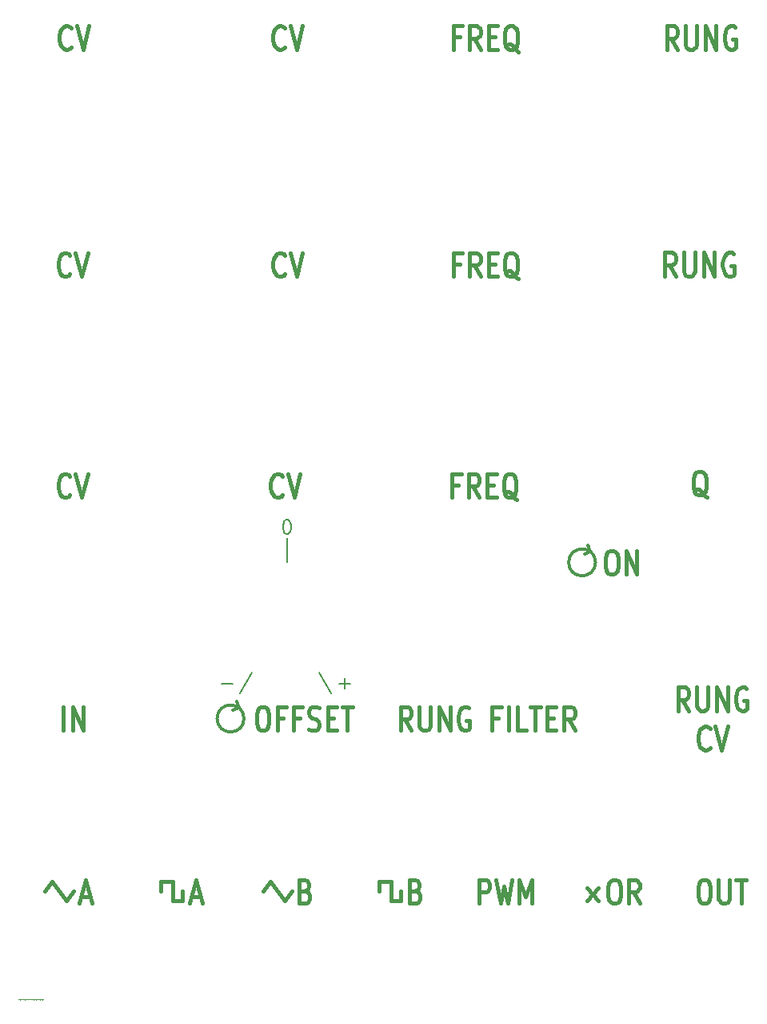
<source format=gbr>
G04 #@! TF.GenerationSoftware,KiCad,Pcbnew,(5.1.4-0-10_14)*
G04 #@! TF.CreationDate,2019-10-29T14:06:04+01:00*
G04 #@! TF.ProjectId,benjolin_panel3,62656e6a-6f6c-4696-9e5f-70616e656c33,rev?*
G04 #@! TF.SameCoordinates,Original*
G04 #@! TF.FileFunction,Legend,Top*
G04 #@! TF.FilePolarity,Positive*
%FSLAX46Y46*%
G04 Gerber Fmt 4.6, Leading zero omitted, Abs format (unit mm)*
G04 Created by KiCad (PCBNEW (5.1.4-0-10_14)) date 2019-10-29 14:06:04*
%MOMM*%
%LPD*%
G04 APERTURE LIST*
%ADD10C,0.200000*%
%ADD11C,0.400000*%
%ADD12C,0.350000*%
%ADD13C,0.120000*%
%ADD14C,0.003454*%
%ADD15C,0.150000*%
G04 APERTURE END LIST*
D10*
X136834571Y-118685571D02*
X136977428Y-118685571D01*
X137120285Y-118757000D01*
X137191714Y-118828428D01*
X137263142Y-118971285D01*
X137334571Y-119257000D01*
X137334571Y-119614142D01*
X137263142Y-119899857D01*
X137191714Y-120042714D01*
X137120285Y-120114142D01*
X136977428Y-120185571D01*
X136834571Y-120185571D01*
X136691714Y-120114142D01*
X136620285Y-120042714D01*
X136548857Y-119899857D01*
X136477428Y-119614142D01*
X136477428Y-119257000D01*
X136548857Y-118971285D01*
X136620285Y-118828428D01*
X136691714Y-118757000D01*
X136834571Y-118685571D01*
X142430571Y-135997142D02*
X143573428Y-135997142D01*
X143002000Y-136568571D02*
X143002000Y-135425714D01*
X129984571Y-135997142D02*
X131127428Y-135997142D01*
X133223000Y-134833295D02*
X131953000Y-137033000D01*
X140335000Y-134833295D02*
X141605000Y-137033000D01*
X136906000Y-123190000D02*
X136906000Y-120650000D01*
D11*
X178067009Y-92926552D02*
X177400342Y-91736076D01*
X176924152Y-92926552D02*
X176924152Y-90426552D01*
X177686057Y-90426552D01*
X177876533Y-90545600D01*
X177971771Y-90664647D01*
X178067009Y-90902742D01*
X178067009Y-91259885D01*
X177971771Y-91497980D01*
X177876533Y-91617028D01*
X177686057Y-91736076D01*
X176924152Y-91736076D01*
X178924152Y-90426552D02*
X178924152Y-92450361D01*
X179019390Y-92688457D01*
X179114628Y-92807504D01*
X179305104Y-92926552D01*
X179686057Y-92926552D01*
X179876533Y-92807504D01*
X179971771Y-92688457D01*
X180067009Y-92450361D01*
X180067009Y-90426552D01*
X181019390Y-92926552D02*
X181019390Y-90426552D01*
X182162247Y-92926552D01*
X182162247Y-90426552D01*
X184162247Y-90545600D02*
X183971771Y-90426552D01*
X183686057Y-90426552D01*
X183400342Y-90545600D01*
X183209866Y-90783695D01*
X183114628Y-91021790D01*
X183019390Y-91497980D01*
X183019390Y-91855123D01*
X183114628Y-92331314D01*
X183209866Y-92569409D01*
X183400342Y-92807504D01*
X183686057Y-92926552D01*
X183876533Y-92926552D01*
X184162247Y-92807504D01*
X184257485Y-92688457D01*
X184257485Y-91855123D01*
X183876533Y-91855123D01*
X178244809Y-68948952D02*
X177578142Y-67758476D01*
X177101952Y-68948952D02*
X177101952Y-66448952D01*
X177863857Y-66448952D01*
X178054333Y-66568000D01*
X178149571Y-66687047D01*
X178244809Y-66925142D01*
X178244809Y-67282285D01*
X178149571Y-67520380D01*
X178054333Y-67639428D01*
X177863857Y-67758476D01*
X177101952Y-67758476D01*
X179101952Y-66448952D02*
X179101952Y-68472761D01*
X179197190Y-68710857D01*
X179292428Y-68829904D01*
X179482904Y-68948952D01*
X179863857Y-68948952D01*
X180054333Y-68829904D01*
X180149571Y-68710857D01*
X180244809Y-68472761D01*
X180244809Y-66448952D01*
X181197190Y-68948952D02*
X181197190Y-66448952D01*
X182340047Y-68948952D01*
X182340047Y-66448952D01*
X184340047Y-66568000D02*
X184149571Y-66448952D01*
X183863857Y-66448952D01*
X183578142Y-66568000D01*
X183387666Y-66806095D01*
X183292428Y-67044190D01*
X183197190Y-67520380D01*
X183197190Y-67877523D01*
X183292428Y-68353714D01*
X183387666Y-68591809D01*
X183578142Y-68829904D01*
X183863857Y-68948952D01*
X184054333Y-68948952D01*
X184340047Y-68829904D01*
X184435285Y-68710857D01*
X184435285Y-67877523D01*
X184054333Y-67877523D01*
X155067333Y-115010428D02*
X154400666Y-115010428D01*
X154400666Y-116319952D02*
X154400666Y-113819952D01*
X155353047Y-113819952D01*
X157257809Y-116319952D02*
X156591142Y-115129476D01*
X156114952Y-116319952D02*
X156114952Y-113819952D01*
X156876857Y-113819952D01*
X157067333Y-113939000D01*
X157162571Y-114058047D01*
X157257809Y-114296142D01*
X157257809Y-114653285D01*
X157162571Y-114891380D01*
X157067333Y-115010428D01*
X156876857Y-115129476D01*
X156114952Y-115129476D01*
X158114952Y-115010428D02*
X158781619Y-115010428D01*
X159067333Y-116319952D02*
X158114952Y-116319952D01*
X158114952Y-113819952D01*
X159067333Y-113819952D01*
X161257809Y-116558047D02*
X161067333Y-116439000D01*
X160876857Y-116200904D01*
X160591142Y-115843761D01*
X160400666Y-115724714D01*
X160210190Y-115724714D01*
X160305428Y-116319952D02*
X160114952Y-116200904D01*
X159924476Y-115962809D01*
X159829238Y-115486619D01*
X159829238Y-114653285D01*
X159924476Y-114177095D01*
X160114952Y-113939000D01*
X160305428Y-113819952D01*
X160686380Y-113819952D01*
X160876857Y-113939000D01*
X161067333Y-114177095D01*
X161162571Y-114653285D01*
X161162571Y-115486619D01*
X161067333Y-115962809D01*
X160876857Y-116200904D01*
X160686380Y-116319952D01*
X160305428Y-116319952D01*
X155194333Y-91642428D02*
X154527666Y-91642428D01*
X154527666Y-92951952D02*
X154527666Y-90451952D01*
X155480047Y-90451952D01*
X157384809Y-92951952D02*
X156718142Y-91761476D01*
X156241952Y-92951952D02*
X156241952Y-90451952D01*
X157003857Y-90451952D01*
X157194333Y-90571000D01*
X157289571Y-90690047D01*
X157384809Y-90928142D01*
X157384809Y-91285285D01*
X157289571Y-91523380D01*
X157194333Y-91642428D01*
X157003857Y-91761476D01*
X156241952Y-91761476D01*
X158241952Y-91642428D02*
X158908619Y-91642428D01*
X159194333Y-92951952D02*
X158241952Y-92951952D01*
X158241952Y-90451952D01*
X159194333Y-90451952D01*
X161384809Y-93190047D02*
X161194333Y-93071000D01*
X161003857Y-92832904D01*
X160718142Y-92475761D01*
X160527666Y-92356714D01*
X160337190Y-92356714D01*
X160432428Y-92951952D02*
X160241952Y-92832904D01*
X160051476Y-92594809D01*
X159956238Y-92118619D01*
X159956238Y-91285285D01*
X160051476Y-90809095D01*
X160241952Y-90571000D01*
X160432428Y-90451952D01*
X160813380Y-90451952D01*
X161003857Y-90571000D01*
X161194333Y-90809095D01*
X161289571Y-91285285D01*
X161289571Y-92118619D01*
X161194333Y-92594809D01*
X161003857Y-92832904D01*
X160813380Y-92951952D01*
X160432428Y-92951952D01*
X155194333Y-67639428D02*
X154527666Y-67639428D01*
X154527666Y-68948952D02*
X154527666Y-66448952D01*
X155480047Y-66448952D01*
X157384809Y-68948952D02*
X156718142Y-67758476D01*
X156241952Y-68948952D02*
X156241952Y-66448952D01*
X157003857Y-66448952D01*
X157194333Y-66568000D01*
X157289571Y-66687047D01*
X157384809Y-66925142D01*
X157384809Y-67282285D01*
X157289571Y-67520380D01*
X157194333Y-67639428D01*
X157003857Y-67758476D01*
X156241952Y-67758476D01*
X158241952Y-67639428D02*
X158908619Y-67639428D01*
X159194333Y-68948952D02*
X158241952Y-68948952D01*
X158241952Y-66448952D01*
X159194333Y-66448952D01*
X161384809Y-69187047D02*
X161194333Y-69068000D01*
X161003857Y-68829904D01*
X160718142Y-68472761D01*
X160527666Y-68353714D01*
X160337190Y-68353714D01*
X160432428Y-68948952D02*
X160241952Y-68829904D01*
X160051476Y-68591809D01*
X159956238Y-68115619D01*
X159956238Y-67282285D01*
X160051476Y-66806095D01*
X160241952Y-66568000D01*
X160432428Y-66448952D01*
X160813380Y-66448952D01*
X161003857Y-66568000D01*
X161194333Y-66806095D01*
X161289571Y-67282285D01*
X161289571Y-68115619D01*
X161194333Y-68591809D01*
X161003857Y-68829904D01*
X160813380Y-68948952D01*
X160432428Y-68948952D01*
X181355904Y-116304047D02*
X181165428Y-116185000D01*
X180974952Y-115946904D01*
X180689238Y-115589761D01*
X180498761Y-115470714D01*
X180308285Y-115470714D01*
X180403523Y-116065952D02*
X180213047Y-115946904D01*
X180022571Y-115708809D01*
X179927333Y-115232619D01*
X179927333Y-114399285D01*
X180022571Y-113923095D01*
X180213047Y-113685000D01*
X180403523Y-113565952D01*
X180784476Y-113565952D01*
X180974952Y-113685000D01*
X181165428Y-113923095D01*
X181260666Y-114399285D01*
X181260666Y-115232619D01*
X181165428Y-115708809D01*
X180974952Y-115946904D01*
X180784476Y-116065952D01*
X180403523Y-116065952D01*
X136667904Y-68710857D02*
X136572666Y-68829904D01*
X136286952Y-68948952D01*
X136096476Y-68948952D01*
X135810761Y-68829904D01*
X135620285Y-68591809D01*
X135525047Y-68353714D01*
X135429809Y-67877523D01*
X135429809Y-67520380D01*
X135525047Y-67044190D01*
X135620285Y-66806095D01*
X135810761Y-66568000D01*
X136096476Y-66448952D01*
X136286952Y-66448952D01*
X136572666Y-66568000D01*
X136667904Y-66687047D01*
X137239333Y-66448952D02*
X137906000Y-68948952D01*
X138572666Y-66448952D01*
X136667904Y-92713857D02*
X136572666Y-92832904D01*
X136286952Y-92951952D01*
X136096476Y-92951952D01*
X135810761Y-92832904D01*
X135620285Y-92594809D01*
X135525047Y-92356714D01*
X135429809Y-91880523D01*
X135429809Y-91523380D01*
X135525047Y-91047190D01*
X135620285Y-90809095D01*
X135810761Y-90571000D01*
X136096476Y-90451952D01*
X136286952Y-90451952D01*
X136572666Y-90571000D01*
X136667904Y-90690047D01*
X137239333Y-90451952D02*
X137906000Y-92951952D01*
X138572666Y-90451952D01*
X136413904Y-116081857D02*
X136318666Y-116200904D01*
X136032952Y-116319952D01*
X135842476Y-116319952D01*
X135556761Y-116200904D01*
X135366285Y-115962809D01*
X135271047Y-115724714D01*
X135175809Y-115248523D01*
X135175809Y-114891380D01*
X135271047Y-114415190D01*
X135366285Y-114177095D01*
X135556761Y-113939000D01*
X135842476Y-113819952D01*
X136032952Y-113819952D01*
X136318666Y-113939000D01*
X136413904Y-114058047D01*
X136985333Y-113819952D02*
X137652000Y-116319952D01*
X138318666Y-113819952D01*
X113252380Y-140957952D02*
X113252380Y-138457952D01*
X114204761Y-140957952D02*
X114204761Y-138457952D01*
X115347619Y-140957952D01*
X115347619Y-138457952D01*
X113934904Y-116081857D02*
X113839666Y-116200904D01*
X113553952Y-116319952D01*
X113363476Y-116319952D01*
X113077761Y-116200904D01*
X112887285Y-115962809D01*
X112792047Y-115724714D01*
X112696809Y-115248523D01*
X112696809Y-114891380D01*
X112792047Y-114415190D01*
X112887285Y-114177095D01*
X113077761Y-113939000D01*
X113363476Y-113819952D01*
X113553952Y-113819952D01*
X113839666Y-113939000D01*
X113934904Y-114058047D01*
X114506333Y-113819952D02*
X115173000Y-116319952D01*
X115839666Y-113819952D01*
X113934904Y-92713857D02*
X113839666Y-92832904D01*
X113553952Y-92951952D01*
X113363476Y-92951952D01*
X113077761Y-92832904D01*
X112887285Y-92594809D01*
X112792047Y-92356714D01*
X112696809Y-91880523D01*
X112696809Y-91523380D01*
X112792047Y-91047190D01*
X112887285Y-90809095D01*
X113077761Y-90571000D01*
X113363476Y-90451952D01*
X113553952Y-90451952D01*
X113839666Y-90571000D01*
X113934904Y-90690047D01*
X114506333Y-90451952D02*
X115173000Y-92951952D01*
X115839666Y-90451952D01*
X114061904Y-68710857D02*
X113966666Y-68829904D01*
X113680952Y-68948952D01*
X113490476Y-68948952D01*
X113204761Y-68829904D01*
X113014285Y-68591809D01*
X112919047Y-68353714D01*
X112823809Y-67877523D01*
X112823809Y-67520380D01*
X112919047Y-67044190D01*
X113014285Y-66806095D01*
X113204761Y-66568000D01*
X113490476Y-66448952D01*
X113680952Y-66448952D01*
X113966666Y-66568000D01*
X114061904Y-66687047D01*
X114633333Y-66448952D02*
X115300000Y-68948952D01*
X115966666Y-66448952D01*
D12*
X169037000Y-122047000D02*
X168402000Y-122301000D01*
X168783000Y-121412000D02*
X169037000Y-122047000D01*
X169567903Y-123190000D02*
G75*
G03X169567903Y-123190000I-1419903J0D01*
G01*
D13*
X169037000Y-122174000D02*
X168910000Y-121412000D01*
D11*
X171100904Y-121947952D02*
X171481857Y-121947952D01*
X171672333Y-122067000D01*
X171862809Y-122305095D01*
X171958047Y-122781285D01*
X171958047Y-123614619D01*
X171862809Y-124090809D01*
X171672333Y-124328904D01*
X171481857Y-124447952D01*
X171100904Y-124447952D01*
X170910428Y-124328904D01*
X170719952Y-124090809D01*
X170624714Y-123614619D01*
X170624714Y-122781285D01*
X170719952Y-122305095D01*
X170910428Y-122067000D01*
X171100904Y-121947952D01*
X172815190Y-124447952D02*
X172815190Y-121947952D01*
X173958047Y-124447952D01*
X173958047Y-121947952D01*
D12*
X131826000Y-138557000D02*
X131191000Y-138811000D01*
X131572000Y-137922000D02*
X131826000Y-138557000D01*
D13*
X131826000Y-138684000D02*
X131699000Y-137922000D01*
D12*
X132356903Y-139700000D02*
G75*
G03X132356903Y-139700000I-1419903J0D01*
G01*
D11*
X134160190Y-138457952D02*
X134541142Y-138457952D01*
X134731619Y-138577000D01*
X134922095Y-138815095D01*
X135017333Y-139291285D01*
X135017333Y-140124619D01*
X134922095Y-140600809D01*
X134731619Y-140838904D01*
X134541142Y-140957952D01*
X134160190Y-140957952D01*
X133969714Y-140838904D01*
X133779238Y-140600809D01*
X133684000Y-140124619D01*
X133684000Y-139291285D01*
X133779238Y-138815095D01*
X133969714Y-138577000D01*
X134160190Y-138457952D01*
X136541142Y-139648428D02*
X135874476Y-139648428D01*
X135874476Y-140957952D02*
X135874476Y-138457952D01*
X136826857Y-138457952D01*
X138255428Y-139648428D02*
X137588761Y-139648428D01*
X137588761Y-140957952D02*
X137588761Y-138457952D01*
X138541142Y-138457952D01*
X139207809Y-140838904D02*
X139493523Y-140957952D01*
X139969714Y-140957952D01*
X140160190Y-140838904D01*
X140255428Y-140719857D01*
X140350666Y-140481761D01*
X140350666Y-140243666D01*
X140255428Y-140005571D01*
X140160190Y-139886523D01*
X139969714Y-139767476D01*
X139588761Y-139648428D01*
X139398285Y-139529380D01*
X139303047Y-139410333D01*
X139207809Y-139172238D01*
X139207809Y-138934142D01*
X139303047Y-138696047D01*
X139398285Y-138577000D01*
X139588761Y-138457952D01*
X140064952Y-138457952D01*
X140350666Y-138577000D01*
X141207809Y-139648428D02*
X141874476Y-139648428D01*
X142160190Y-140957952D02*
X141207809Y-140957952D01*
X141207809Y-138457952D01*
X142160190Y-138457952D01*
X142731619Y-138457952D02*
X143874476Y-138457952D01*
X143303047Y-140957952D02*
X143303047Y-138457952D01*
X150067380Y-140957952D02*
X149400714Y-139767476D01*
X148924523Y-140957952D02*
X148924523Y-138457952D01*
X149686428Y-138457952D01*
X149876904Y-138577000D01*
X149972142Y-138696047D01*
X150067380Y-138934142D01*
X150067380Y-139291285D01*
X149972142Y-139529380D01*
X149876904Y-139648428D01*
X149686428Y-139767476D01*
X148924523Y-139767476D01*
X150924523Y-138457952D02*
X150924523Y-140481761D01*
X151019761Y-140719857D01*
X151115000Y-140838904D01*
X151305476Y-140957952D01*
X151686428Y-140957952D01*
X151876904Y-140838904D01*
X151972142Y-140719857D01*
X152067380Y-140481761D01*
X152067380Y-138457952D01*
X153019761Y-140957952D02*
X153019761Y-138457952D01*
X154162619Y-140957952D01*
X154162619Y-138457952D01*
X156162619Y-138577000D02*
X155972142Y-138457952D01*
X155686428Y-138457952D01*
X155400714Y-138577000D01*
X155210238Y-138815095D01*
X155115000Y-139053190D01*
X155019761Y-139529380D01*
X155019761Y-139886523D01*
X155115000Y-140362714D01*
X155210238Y-140600809D01*
X155400714Y-140838904D01*
X155686428Y-140957952D01*
X155876904Y-140957952D01*
X156162619Y-140838904D01*
X156257857Y-140719857D01*
X156257857Y-139886523D01*
X155876904Y-139886523D01*
X159305476Y-139648428D02*
X158638809Y-139648428D01*
X158638809Y-140957952D02*
X158638809Y-138457952D01*
X159591190Y-138457952D01*
X160353095Y-140957952D02*
X160353095Y-138457952D01*
X162257857Y-140957952D02*
X161305476Y-140957952D01*
X161305476Y-138457952D01*
X162638809Y-138457952D02*
X163781666Y-138457952D01*
X163210238Y-140957952D02*
X163210238Y-138457952D01*
X164448333Y-139648428D02*
X165115000Y-139648428D01*
X165400714Y-140957952D02*
X164448333Y-140957952D01*
X164448333Y-138457952D01*
X165400714Y-138457952D01*
X167400714Y-140957952D02*
X166734047Y-139767476D01*
X166257857Y-140957952D02*
X166257857Y-138457952D01*
X167019761Y-138457952D01*
X167210238Y-138577000D01*
X167305476Y-138696047D01*
X167400714Y-138934142D01*
X167400714Y-139291285D01*
X167305476Y-139529380D01*
X167210238Y-139648428D01*
X167019761Y-139767476D01*
X166257857Y-139767476D01*
X179451309Y-138882952D02*
X178784642Y-137692476D01*
X178308452Y-138882952D02*
X178308452Y-136382952D01*
X179070357Y-136382952D01*
X179260833Y-136502000D01*
X179356071Y-136621047D01*
X179451309Y-136859142D01*
X179451309Y-137216285D01*
X179356071Y-137454380D01*
X179260833Y-137573428D01*
X179070357Y-137692476D01*
X178308452Y-137692476D01*
X180308452Y-136382952D02*
X180308452Y-138406761D01*
X180403690Y-138644857D01*
X180498928Y-138763904D01*
X180689404Y-138882952D01*
X181070357Y-138882952D01*
X181260833Y-138763904D01*
X181356071Y-138644857D01*
X181451309Y-138406761D01*
X181451309Y-136382952D01*
X182403690Y-138882952D02*
X182403690Y-136382952D01*
X183546547Y-138882952D01*
X183546547Y-136382952D01*
X185546547Y-136502000D02*
X185356071Y-136382952D01*
X185070357Y-136382952D01*
X184784642Y-136502000D01*
X184594166Y-136740095D01*
X184498928Y-136978190D01*
X184403690Y-137454380D01*
X184403690Y-137811523D01*
X184498928Y-138287714D01*
X184594166Y-138525809D01*
X184784642Y-138763904D01*
X185070357Y-138882952D01*
X185260833Y-138882952D01*
X185546547Y-138763904D01*
X185641785Y-138644857D01*
X185641785Y-137811523D01*
X185260833Y-137811523D01*
X181689404Y-142794857D02*
X181594166Y-142913904D01*
X181308452Y-143032952D01*
X181117976Y-143032952D01*
X180832261Y-142913904D01*
X180641785Y-142675809D01*
X180546547Y-142437714D01*
X180451309Y-141961523D01*
X180451309Y-141604380D01*
X180546547Y-141128190D01*
X180641785Y-140890095D01*
X180832261Y-140652000D01*
X181117976Y-140532952D01*
X181308452Y-140532952D01*
X181594166Y-140652000D01*
X181689404Y-140771047D01*
X182260833Y-140532952D02*
X182927500Y-143032952D01*
X183594166Y-140532952D01*
X180880000Y-156745952D02*
X181260952Y-156745952D01*
X181451428Y-156865000D01*
X181641904Y-157103095D01*
X181737142Y-157579285D01*
X181737142Y-158412619D01*
X181641904Y-158888809D01*
X181451428Y-159126904D01*
X181260952Y-159245952D01*
X180880000Y-159245952D01*
X180689523Y-159126904D01*
X180499047Y-158888809D01*
X180403809Y-158412619D01*
X180403809Y-157579285D01*
X180499047Y-157103095D01*
X180689523Y-156865000D01*
X180880000Y-156745952D01*
X182594285Y-156745952D02*
X182594285Y-158769761D01*
X182689523Y-159007857D01*
X182784761Y-159126904D01*
X182975238Y-159245952D01*
X183356190Y-159245952D01*
X183546666Y-159126904D01*
X183641904Y-159007857D01*
X183737142Y-158769761D01*
X183737142Y-156745952D01*
X184403809Y-156745952D02*
X185546666Y-156745952D01*
X184975238Y-159245952D02*
X184975238Y-156745952D01*
X168703952Y-157579285D02*
X169846809Y-159007857D01*
X169846809Y-157579285D02*
X168703952Y-159007857D01*
X171370619Y-156745952D02*
X171751571Y-156745952D01*
X171942047Y-156865000D01*
X172132523Y-157103095D01*
X172227761Y-157579285D01*
X172227761Y-158412619D01*
X172132523Y-158888809D01*
X171942047Y-159126904D01*
X171751571Y-159245952D01*
X171370619Y-159245952D01*
X171180142Y-159126904D01*
X170989666Y-158888809D01*
X170894428Y-158412619D01*
X170894428Y-157579285D01*
X170989666Y-157103095D01*
X171180142Y-156865000D01*
X171370619Y-156745952D01*
X174227761Y-159245952D02*
X173561095Y-158055476D01*
X173084904Y-159245952D02*
X173084904Y-156745952D01*
X173846809Y-156745952D01*
X174037285Y-156865000D01*
X174132523Y-156984047D01*
X174227761Y-157222142D01*
X174227761Y-157579285D01*
X174132523Y-157817380D01*
X174037285Y-157936428D01*
X173846809Y-158055476D01*
X173084904Y-158055476D01*
X157210476Y-159245952D02*
X157210476Y-156745952D01*
X157972380Y-156745952D01*
X158162857Y-156865000D01*
X158258095Y-156984047D01*
X158353333Y-157222142D01*
X158353333Y-157579285D01*
X158258095Y-157817380D01*
X158162857Y-157936428D01*
X157972380Y-158055476D01*
X157210476Y-158055476D01*
X159020000Y-156745952D02*
X159496190Y-159245952D01*
X159877142Y-157460238D01*
X160258095Y-159245952D01*
X160734285Y-156745952D01*
X161496190Y-159245952D02*
X161496190Y-156745952D01*
X162162857Y-158531666D01*
X162829523Y-156745952D01*
X162829523Y-159245952D01*
X135128000Y-156972000D02*
X136652000Y-159004000D01*
X148971000Y-159004000D02*
X148971000Y-157988000D01*
X146685000Y-157988000D02*
X146685000Y-156972000D01*
X134366000Y-157988000D02*
X135128000Y-156972000D01*
X147955000Y-159004000D02*
X148971000Y-159004000D01*
X147955000Y-156972000D02*
X147955000Y-159004000D01*
X146685000Y-156972000D02*
X147955000Y-156972000D01*
X136652000Y-159004000D02*
X137414000Y-157988000D01*
X138826857Y-157936428D02*
X139112571Y-158055476D01*
X139207809Y-158174523D01*
X139303047Y-158412619D01*
X139303047Y-158769761D01*
X139207809Y-159007857D01*
X139112571Y-159126904D01*
X138922095Y-159245952D01*
X138160190Y-159245952D01*
X138160190Y-156745952D01*
X138826857Y-156745952D01*
X139017333Y-156865000D01*
X139112571Y-156984047D01*
X139207809Y-157222142D01*
X139207809Y-157460238D01*
X139112571Y-157698333D01*
X139017333Y-157817380D01*
X138826857Y-157936428D01*
X138160190Y-157936428D01*
X150510857Y-157936428D02*
X150796571Y-158055476D01*
X150891809Y-158174523D01*
X150987047Y-158412619D01*
X150987047Y-158769761D01*
X150891809Y-159007857D01*
X150796571Y-159126904D01*
X150606095Y-159245952D01*
X149844190Y-159245952D01*
X149844190Y-156745952D01*
X150510857Y-156745952D01*
X150701333Y-156865000D01*
X150796571Y-156984047D01*
X150891809Y-157222142D01*
X150891809Y-157460238D01*
X150796571Y-157698333D01*
X150701333Y-157817380D01*
X150510857Y-157936428D01*
X149844190Y-157936428D01*
X126777809Y-158531666D02*
X127730190Y-158531666D01*
X126587333Y-159245952D02*
X127254000Y-156745952D01*
X127920666Y-159245952D01*
X125857000Y-159004000D02*
X125857000Y-157988000D01*
X124841000Y-159004000D02*
X125857000Y-159004000D01*
X124841000Y-156972000D02*
X124841000Y-159004000D01*
X123571000Y-156972000D02*
X124841000Y-156972000D01*
X123571000Y-157988000D02*
X123571000Y-156972000D01*
X115093809Y-158531666D02*
X116046190Y-158531666D01*
X114903333Y-159245952D02*
X115570000Y-156745952D01*
X116236666Y-159245952D01*
X113538000Y-159004000D02*
X114300000Y-157988000D01*
X112014000Y-156972000D02*
X113538000Y-159004000D01*
X111252000Y-157988000D02*
X112014000Y-156972000D01*
D14*
X108468112Y-169391840D02*
X108481785Y-169391840D01*
X108487645Y-169413327D02*
X108468112Y-169413327D01*
X108468112Y-169372306D01*
X108487645Y-169372306D01*
X108505226Y-169409420D02*
X108507179Y-169411374D01*
X108505226Y-169413327D01*
X108503272Y-169411374D01*
X108505226Y-169409420D01*
X108505226Y-169413327D01*
X108505226Y-169387933D02*
X108507179Y-169389887D01*
X108505226Y-169391840D01*
X108503272Y-169389887D01*
X108505226Y-169387933D01*
X108505226Y-169391840D01*
X108554060Y-169370353D02*
X108518899Y-169423094D01*
X108567734Y-169413327D02*
X108567734Y-169372306D01*
X108581408Y-169401607D01*
X108595081Y-169372306D01*
X108595081Y-169413327D01*
X108610708Y-169385980D02*
X108620475Y-169413327D01*
X108630242Y-169385980D02*
X108620475Y-169413327D01*
X108616568Y-169423094D01*
X108614615Y-169425047D01*
X108610708Y-169427001D01*
X108677123Y-169413327D02*
X108677123Y-169372306D01*
X108686890Y-169372306D01*
X108692750Y-169374260D01*
X108696657Y-169378166D01*
X108698610Y-169382073D01*
X108700564Y-169389887D01*
X108700564Y-169395747D01*
X108698610Y-169403560D01*
X108696657Y-169407467D01*
X108692750Y-169411374D01*
X108686890Y-169413327D01*
X108677123Y-169413327D01*
X108724004Y-169413327D02*
X108720098Y-169411374D01*
X108718144Y-169409420D01*
X108716191Y-169405514D01*
X108716191Y-169393793D01*
X108718144Y-169389887D01*
X108720098Y-169387933D01*
X108724004Y-169385980D01*
X108729865Y-169385980D01*
X108733771Y-169387933D01*
X108735725Y-169389887D01*
X108737678Y-169393793D01*
X108737678Y-169405514D01*
X108735725Y-169409420D01*
X108733771Y-169411374D01*
X108729865Y-169413327D01*
X108724004Y-169413327D01*
X108772839Y-169411374D02*
X108768932Y-169413327D01*
X108761119Y-169413327D01*
X108757212Y-169411374D01*
X108755259Y-169409420D01*
X108753305Y-169405514D01*
X108753305Y-169393793D01*
X108755259Y-169389887D01*
X108757212Y-169387933D01*
X108761119Y-169385980D01*
X108768932Y-169385980D01*
X108772839Y-169387933D01*
X108808000Y-169385980D02*
X108808000Y-169413327D01*
X108790419Y-169385980D02*
X108790419Y-169407467D01*
X108792373Y-169411374D01*
X108796280Y-169413327D01*
X108802140Y-169413327D01*
X108806046Y-169411374D01*
X108808000Y-169409420D01*
X108827534Y-169413327D02*
X108827534Y-169385980D01*
X108827534Y-169389887D02*
X108829487Y-169387933D01*
X108833394Y-169385980D01*
X108839254Y-169385980D01*
X108843161Y-169387933D01*
X108845114Y-169391840D01*
X108845114Y-169413327D01*
X108845114Y-169391840D02*
X108847067Y-169387933D01*
X108850974Y-169385980D01*
X108856834Y-169385980D01*
X108860741Y-169387933D01*
X108862694Y-169391840D01*
X108862694Y-169413327D01*
X108897855Y-169411374D02*
X108893949Y-169413327D01*
X108886135Y-169413327D01*
X108882228Y-169411374D01*
X108880275Y-169407467D01*
X108880275Y-169391840D01*
X108882228Y-169387933D01*
X108886135Y-169385980D01*
X108893949Y-169385980D01*
X108897855Y-169387933D01*
X108899809Y-169391840D01*
X108899809Y-169395747D01*
X108880275Y-169399653D01*
X108917389Y-169385980D02*
X108917389Y-169413327D01*
X108917389Y-169389887D02*
X108919343Y-169387933D01*
X108923249Y-169385980D01*
X108929109Y-169385980D01*
X108933016Y-169387933D01*
X108934970Y-169391840D01*
X108934970Y-169413327D01*
X108948643Y-169385980D02*
X108964270Y-169385980D01*
X108954503Y-169372306D02*
X108954503Y-169407467D01*
X108956457Y-169411374D01*
X108960364Y-169413327D01*
X108964270Y-169413327D01*
X108975991Y-169411374D02*
X108979897Y-169413327D01*
X108987711Y-169413327D01*
X108991618Y-169411374D01*
X108993571Y-169407467D01*
X108993571Y-169405514D01*
X108991618Y-169401607D01*
X108987711Y-169399653D01*
X108981851Y-169399653D01*
X108977944Y-169397700D01*
X108975991Y-169393793D01*
X108975991Y-169391840D01*
X108977944Y-169387933D01*
X108981851Y-169385980D01*
X108987711Y-169385980D01*
X108991618Y-169387933D01*
X109040452Y-169370353D02*
X109005291Y-169423094D01*
X109052172Y-169401607D02*
X109071706Y-169401607D01*
X109048266Y-169413327D02*
X109061939Y-169372306D01*
X109075613Y-169413327D01*
X109089287Y-169385980D02*
X109089287Y-169413327D01*
X109089287Y-169389887D02*
X109091240Y-169387933D01*
X109095147Y-169385980D01*
X109101007Y-169385980D01*
X109104914Y-169387933D01*
X109106867Y-169391840D01*
X109106867Y-169413327D01*
X109143981Y-169413327D02*
X109143981Y-169372306D01*
X109143981Y-169411374D02*
X109140075Y-169413327D01*
X109132261Y-169413327D01*
X109128354Y-169411374D01*
X109126401Y-169409420D01*
X109124448Y-169405514D01*
X109124448Y-169393793D01*
X109126401Y-169389887D01*
X109128354Y-169387933D01*
X109132261Y-169385980D01*
X109140075Y-169385980D01*
X109143981Y-169387933D01*
X109159608Y-169385980D02*
X109169375Y-169413327D01*
X109179142Y-169385980D02*
X109169375Y-169413327D01*
X109165469Y-169423094D01*
X109163515Y-169425047D01*
X109159608Y-169427001D01*
X109224070Y-169370353D02*
X109188909Y-169423094D01*
X109259231Y-169374260D02*
X109255324Y-169372306D01*
X109249464Y-169372306D01*
X109243604Y-169374260D01*
X109239697Y-169378166D01*
X109237744Y-169382073D01*
X109235790Y-169389887D01*
X109235790Y-169395747D01*
X109237744Y-169403560D01*
X109239697Y-169407467D01*
X109243604Y-169411374D01*
X109249464Y-169413327D01*
X109253371Y-169413327D01*
X109259231Y-169411374D01*
X109261184Y-169409420D01*
X109261184Y-169395747D01*
X109253371Y-169395747D01*
X109296345Y-169385980D02*
X109296345Y-169413327D01*
X109278765Y-169385980D02*
X109278765Y-169407467D01*
X109280718Y-169411374D01*
X109284625Y-169413327D01*
X109290485Y-169413327D01*
X109294392Y-169411374D01*
X109296345Y-169409420D01*
X109315879Y-169413327D02*
X109315879Y-169385980D01*
X109315879Y-169372306D02*
X109313925Y-169374260D01*
X109315879Y-169376213D01*
X109317832Y-169374260D01*
X109315879Y-169372306D01*
X109315879Y-169376213D01*
X109329553Y-169385980D02*
X109345180Y-169385980D01*
X109335413Y-169372306D02*
X109335413Y-169407467D01*
X109337366Y-169411374D01*
X109341273Y-169413327D01*
X109345180Y-169413327D01*
X109376434Y-169413327D02*
X109376434Y-169391840D01*
X109374480Y-169387933D01*
X109370574Y-169385980D01*
X109362760Y-169385980D01*
X109358853Y-169387933D01*
X109376434Y-169411374D02*
X109372527Y-169413327D01*
X109362760Y-169413327D01*
X109358853Y-169411374D01*
X109356900Y-169407467D01*
X109356900Y-169403560D01*
X109358853Y-169399653D01*
X109362760Y-169397700D01*
X109372527Y-169397700D01*
X109376434Y-169395747D01*
X109395967Y-169413327D02*
X109395967Y-169385980D01*
X109395967Y-169393793D02*
X109397921Y-169389887D01*
X109399874Y-169387933D01*
X109403781Y-169385980D01*
X109407688Y-169385980D01*
X109419408Y-169411374D02*
X109423315Y-169413327D01*
X109431128Y-169413327D01*
X109435035Y-169411374D01*
X109436988Y-169407467D01*
X109436988Y-169405514D01*
X109435035Y-169401607D01*
X109431128Y-169399653D01*
X109425268Y-169399653D01*
X109421361Y-169397700D01*
X109419408Y-169393793D01*
X109419408Y-169391840D01*
X109421361Y-169387933D01*
X109425268Y-169385980D01*
X109431128Y-169385980D01*
X109435035Y-169387933D01*
X109483870Y-169370353D02*
X109448709Y-169423094D01*
X109497543Y-169413327D02*
X109497543Y-169372306D01*
X109511217Y-169401607D01*
X109524891Y-169372306D01*
X109524891Y-169413327D01*
X109550285Y-169413327D02*
X109546378Y-169411374D01*
X109544424Y-169409420D01*
X109542471Y-169405514D01*
X109542471Y-169393793D01*
X109544424Y-169389887D01*
X109546378Y-169387933D01*
X109550285Y-169385980D01*
X109556145Y-169385980D01*
X109560051Y-169387933D01*
X109562005Y-169389887D01*
X109563958Y-169393793D01*
X109563958Y-169405514D01*
X109562005Y-169409420D01*
X109560051Y-169411374D01*
X109556145Y-169413327D01*
X109550285Y-169413327D01*
X109599119Y-169413327D02*
X109599119Y-169372306D01*
X109599119Y-169411374D02*
X109595212Y-169413327D01*
X109587399Y-169413327D01*
X109583492Y-169411374D01*
X109581539Y-169409420D01*
X109579585Y-169405514D01*
X109579585Y-169393793D01*
X109581539Y-169389887D01*
X109583492Y-169387933D01*
X109587399Y-169385980D01*
X109595212Y-169385980D01*
X109599119Y-169387933D01*
X109636233Y-169385980D02*
X109636233Y-169413327D01*
X109618653Y-169385980D02*
X109618653Y-169407467D01*
X109620606Y-169411374D01*
X109624513Y-169413327D01*
X109630373Y-169413327D01*
X109634280Y-169411374D01*
X109636233Y-169409420D01*
X109661627Y-169413327D02*
X109657721Y-169411374D01*
X109655767Y-169407467D01*
X109655767Y-169372306D01*
X109694835Y-169413327D02*
X109694835Y-169391840D01*
X109692881Y-169387933D01*
X109688975Y-169385980D01*
X109681161Y-169385980D01*
X109677254Y-169387933D01*
X109694835Y-169411374D02*
X109690928Y-169413327D01*
X109681161Y-169413327D01*
X109677254Y-169411374D01*
X109675301Y-169407467D01*
X109675301Y-169403560D01*
X109677254Y-169399653D01*
X109681161Y-169397700D01*
X109690928Y-169397700D01*
X109694835Y-169395747D01*
X109714369Y-169413327D02*
X109714369Y-169385980D01*
X109714369Y-169393793D02*
X109716322Y-169389887D01*
X109718275Y-169387933D01*
X109722182Y-169385980D01*
X109726089Y-169385980D01*
X109771017Y-169413327D02*
X109771017Y-169372306D01*
X109786644Y-169372306D01*
X109790550Y-169374260D01*
X109792504Y-169376213D01*
X109794457Y-169380120D01*
X109794457Y-169385980D01*
X109792504Y-169389887D01*
X109790550Y-169391840D01*
X109786644Y-169393793D01*
X109771017Y-169393793D01*
X109835478Y-169409420D02*
X109833525Y-169411374D01*
X109827665Y-169413327D01*
X109823758Y-169413327D01*
X109817898Y-169411374D01*
X109813991Y-169407467D01*
X109812038Y-169403560D01*
X109810084Y-169395747D01*
X109810084Y-169389887D01*
X109812038Y-169382073D01*
X109813991Y-169378166D01*
X109817898Y-169374260D01*
X109823758Y-169372306D01*
X109827665Y-169372306D01*
X109833525Y-169374260D01*
X109835478Y-169376213D01*
X109866732Y-169391840D02*
X109872592Y-169393793D01*
X109874546Y-169395747D01*
X109876499Y-169399653D01*
X109876499Y-169405514D01*
X109874546Y-169409420D01*
X109872592Y-169411374D01*
X109868686Y-169413327D01*
X109853059Y-169413327D01*
X109853059Y-169372306D01*
X109866732Y-169372306D01*
X109870639Y-169374260D01*
X109872592Y-169376213D01*
X109874546Y-169380120D01*
X109874546Y-169384026D01*
X109872592Y-169387933D01*
X109870639Y-169389887D01*
X109866732Y-169391840D01*
X109853059Y-169391840D01*
X109892126Y-169411374D02*
X109896033Y-169413327D01*
X109903847Y-169413327D01*
X109907753Y-169411374D01*
X109909707Y-169407467D01*
X109909707Y-169405514D01*
X109907753Y-169401607D01*
X109903847Y-169399653D01*
X109897986Y-169399653D01*
X109894080Y-169397700D01*
X109892126Y-169393793D01*
X109892126Y-169391840D01*
X109894080Y-169387933D01*
X109897986Y-169385980D01*
X109903847Y-169385980D01*
X109907753Y-169387933D01*
X109956588Y-169370353D02*
X109921427Y-169423094D01*
X109970261Y-169413327D02*
X109970261Y-169372306D01*
X109970261Y-169387933D02*
X109974168Y-169385980D01*
X109981982Y-169385980D01*
X109985889Y-169387933D01*
X109987842Y-169389887D01*
X109989795Y-169393793D01*
X109989795Y-169405514D01*
X109987842Y-169409420D01*
X109985889Y-169411374D01*
X109981982Y-169413327D01*
X109974168Y-169413327D01*
X109970261Y-169411374D01*
X110023003Y-169411374D02*
X110019096Y-169413327D01*
X110011282Y-169413327D01*
X110007376Y-169411374D01*
X110005422Y-169407467D01*
X110005422Y-169391840D01*
X110007376Y-169387933D01*
X110011282Y-169385980D01*
X110019096Y-169385980D01*
X110023003Y-169387933D01*
X110024956Y-169391840D01*
X110024956Y-169395747D01*
X110005422Y-169399653D01*
X110042537Y-169385980D02*
X110042537Y-169413327D01*
X110042537Y-169389887D02*
X110044490Y-169387933D01*
X110048397Y-169385980D01*
X110054257Y-169385980D01*
X110058164Y-169387933D01*
X110060117Y-169391840D01*
X110060117Y-169413327D01*
X110079651Y-169385980D02*
X110079651Y-169421141D01*
X110077697Y-169425047D01*
X110073791Y-169427001D01*
X110071837Y-169427001D01*
X110079651Y-169372306D02*
X110077697Y-169374260D01*
X110079651Y-169376213D01*
X110081604Y-169374260D01*
X110079651Y-169372306D01*
X110079651Y-169376213D01*
X110105045Y-169413327D02*
X110101138Y-169411374D01*
X110099185Y-169409420D01*
X110097231Y-169405514D01*
X110097231Y-169393793D01*
X110099185Y-169389887D01*
X110101138Y-169387933D01*
X110105045Y-169385980D01*
X110110905Y-169385980D01*
X110114812Y-169387933D01*
X110116765Y-169389887D01*
X110118718Y-169393793D01*
X110118718Y-169405514D01*
X110116765Y-169409420D01*
X110114812Y-169411374D01*
X110110905Y-169413327D01*
X110105045Y-169413327D01*
X110142159Y-169413327D02*
X110138252Y-169411374D01*
X110136299Y-169407467D01*
X110136299Y-169372306D01*
X110157786Y-169413327D02*
X110157786Y-169385980D01*
X110157786Y-169372306D02*
X110155833Y-169374260D01*
X110157786Y-169376213D01*
X110159739Y-169374260D01*
X110157786Y-169372306D01*
X110157786Y-169376213D01*
X110177320Y-169385980D02*
X110177320Y-169413327D01*
X110177320Y-169389887D02*
X110179273Y-169387933D01*
X110183180Y-169385980D01*
X110189040Y-169385980D01*
X110192947Y-169387933D01*
X110194900Y-169391840D01*
X110194900Y-169413327D01*
X110243735Y-169370353D02*
X110208574Y-169423094D01*
X110257408Y-169413327D02*
X110257408Y-169372306D01*
X110257408Y-169387933D02*
X110261315Y-169385980D01*
X110269129Y-169385980D01*
X110273036Y-169387933D01*
X110274989Y-169389887D01*
X110276942Y-169393793D01*
X110276942Y-169405514D01*
X110274989Y-169409420D01*
X110273036Y-169411374D01*
X110269129Y-169413327D01*
X110261315Y-169413327D01*
X110257408Y-169411374D01*
X110310150Y-169411374D02*
X110306243Y-169413327D01*
X110298429Y-169413327D01*
X110294523Y-169411374D01*
X110292569Y-169407467D01*
X110292569Y-169391840D01*
X110294523Y-169387933D01*
X110298429Y-169385980D01*
X110306243Y-169385980D01*
X110310150Y-169387933D01*
X110312103Y-169391840D01*
X110312103Y-169395747D01*
X110292569Y-169399653D01*
X110329684Y-169385980D02*
X110329684Y-169413327D01*
X110329684Y-169389887D02*
X110331637Y-169387933D01*
X110335544Y-169385980D01*
X110341404Y-169385980D01*
X110345311Y-169387933D01*
X110347264Y-169391840D01*
X110347264Y-169413327D01*
X110366798Y-169385980D02*
X110366798Y-169421141D01*
X110364844Y-169425047D01*
X110360938Y-169427001D01*
X110358984Y-169427001D01*
X110366798Y-169372306D02*
X110364844Y-169374260D01*
X110366798Y-169376213D01*
X110368751Y-169374260D01*
X110366798Y-169372306D01*
X110366798Y-169376213D01*
X110392192Y-169413327D02*
X110388285Y-169411374D01*
X110386332Y-169409420D01*
X110384378Y-169405514D01*
X110384378Y-169393793D01*
X110386332Y-169389887D01*
X110388285Y-169387933D01*
X110392192Y-169385980D01*
X110398052Y-169385980D01*
X110401959Y-169387933D01*
X110403912Y-169389887D01*
X110405865Y-169393793D01*
X110405865Y-169405514D01*
X110403912Y-169409420D01*
X110401959Y-169411374D01*
X110398052Y-169413327D01*
X110392192Y-169413327D01*
X110429306Y-169413327D02*
X110425399Y-169411374D01*
X110423446Y-169407467D01*
X110423446Y-169372306D01*
X110444933Y-169413327D02*
X110444933Y-169385980D01*
X110444933Y-169372306D02*
X110442980Y-169374260D01*
X110444933Y-169376213D01*
X110446886Y-169374260D01*
X110444933Y-169372306D01*
X110444933Y-169376213D01*
X110464467Y-169385980D02*
X110464467Y-169413327D01*
X110464467Y-169389887D02*
X110466420Y-169387933D01*
X110470327Y-169385980D01*
X110476187Y-169385980D01*
X110480094Y-169387933D01*
X110482047Y-169391840D01*
X110482047Y-169413327D01*
X110491814Y-169417234D02*
X110523068Y-169417234D01*
X110532835Y-169413327D02*
X110532835Y-169372306D01*
X110532835Y-169387933D02*
X110536742Y-169385980D01*
X110544555Y-169385980D01*
X110548462Y-169387933D01*
X110550416Y-169389887D01*
X110552369Y-169393793D01*
X110552369Y-169405514D01*
X110550416Y-169409420D01*
X110548462Y-169411374D01*
X110544555Y-169413327D01*
X110536742Y-169413327D01*
X110532835Y-169411374D01*
X110585576Y-169411374D02*
X110581670Y-169413327D01*
X110573856Y-169413327D01*
X110569949Y-169411374D01*
X110567996Y-169407467D01*
X110567996Y-169391840D01*
X110569949Y-169387933D01*
X110573856Y-169385980D01*
X110581670Y-169385980D01*
X110585576Y-169387933D01*
X110587530Y-169391840D01*
X110587530Y-169395747D01*
X110567996Y-169399653D01*
X110599250Y-169385980D02*
X110614877Y-169385980D01*
X110605110Y-169372306D02*
X110605110Y-169407467D01*
X110607064Y-169411374D01*
X110610970Y-169413327D01*
X110614877Y-169413327D01*
X110646131Y-169413327D02*
X110646131Y-169391840D01*
X110644178Y-169387933D01*
X110640271Y-169385980D01*
X110632458Y-169385980D01*
X110628551Y-169387933D01*
X110646131Y-169411374D02*
X110642225Y-169413327D01*
X110632458Y-169413327D01*
X110628551Y-169411374D01*
X110626597Y-169407467D01*
X110626597Y-169403560D01*
X110628551Y-169399653D01*
X110632458Y-169397700D01*
X110642225Y-169397700D01*
X110646131Y-169395747D01*
X110673479Y-169372306D02*
X110677385Y-169372306D01*
X110681292Y-169374260D01*
X110683246Y-169376213D01*
X110685199Y-169380120D01*
X110687152Y-169387933D01*
X110687152Y-169397700D01*
X110685199Y-169405514D01*
X110683246Y-169409420D01*
X110681292Y-169411374D01*
X110677385Y-169413327D01*
X110673479Y-169413327D01*
X110669572Y-169411374D01*
X110667618Y-169409420D01*
X110665665Y-169405514D01*
X110663712Y-169397700D01*
X110663712Y-169387933D01*
X110665665Y-169380120D01*
X110667618Y-169376213D01*
X110669572Y-169374260D01*
X110673479Y-169372306D01*
X110700826Y-169372306D02*
X110726220Y-169372306D01*
X110712546Y-169387933D01*
X110718406Y-169387933D01*
X110722313Y-169389887D01*
X110724267Y-169391840D01*
X110726220Y-169395747D01*
X110726220Y-169405514D01*
X110724267Y-169409420D01*
X110722313Y-169411374D01*
X110718406Y-169413327D01*
X110706686Y-169413327D01*
X110702779Y-169411374D01*
X110700826Y-169409420D01*
X110734033Y-169417234D02*
X110765288Y-169417234D01*
X110775054Y-169385980D02*
X110775054Y-169427001D01*
X110775054Y-169387933D02*
X110778961Y-169385980D01*
X110786775Y-169385980D01*
X110790681Y-169387933D01*
X110792635Y-169389887D01*
X110794588Y-169393793D01*
X110794588Y-169405514D01*
X110792635Y-169409420D01*
X110790681Y-169411374D01*
X110786775Y-169413327D01*
X110778961Y-169413327D01*
X110775054Y-169411374D01*
X110829749Y-169413327D02*
X110829749Y-169391840D01*
X110827796Y-169387933D01*
X110823889Y-169385980D01*
X110816075Y-169385980D01*
X110812169Y-169387933D01*
X110829749Y-169411374D02*
X110825842Y-169413327D01*
X110816075Y-169413327D01*
X110812169Y-169411374D01*
X110810215Y-169407467D01*
X110810215Y-169403560D01*
X110812169Y-169399653D01*
X110816075Y-169397700D01*
X110825842Y-169397700D01*
X110829749Y-169395747D01*
X110849283Y-169385980D02*
X110849283Y-169413327D01*
X110849283Y-169389887D02*
X110851236Y-169387933D01*
X110855143Y-169385980D01*
X110861003Y-169385980D01*
X110864910Y-169387933D01*
X110866863Y-169391840D01*
X110866863Y-169413327D01*
X110902024Y-169411374D02*
X110898117Y-169413327D01*
X110890304Y-169413327D01*
X110886397Y-169411374D01*
X110884444Y-169407467D01*
X110884444Y-169391840D01*
X110886397Y-169387933D01*
X110890304Y-169385980D01*
X110898117Y-169385980D01*
X110902024Y-169387933D01*
X110903978Y-169391840D01*
X110903978Y-169395747D01*
X110884444Y-169399653D01*
X110927418Y-169413327D02*
X110923511Y-169411374D01*
X110921558Y-169407467D01*
X110921558Y-169372306D01*
X110943045Y-169409420D02*
X110944999Y-169411374D01*
X110943045Y-169413327D01*
X110941092Y-169411374D01*
X110943045Y-169409420D01*
X110943045Y-169413327D01*
X110962579Y-169413327D02*
X110962579Y-169372306D01*
X110962579Y-169387933D02*
X110966486Y-169385980D01*
X110974299Y-169385980D01*
X110978206Y-169387933D01*
X110980159Y-169389887D01*
X110982113Y-169393793D01*
X110982113Y-169405514D01*
X110980159Y-169409420D01*
X110978206Y-169411374D01*
X110974299Y-169413327D01*
X110966486Y-169413327D01*
X110962579Y-169411374D01*
X110999693Y-169413327D02*
X110999693Y-169385980D01*
X110999693Y-169389887D02*
X111001647Y-169387933D01*
X111005553Y-169385980D01*
X111011414Y-169385980D01*
X111015320Y-169387933D01*
X111017274Y-169391840D01*
X111017274Y-169413327D01*
X111017274Y-169391840D02*
X111019227Y-169387933D01*
X111023134Y-169385980D01*
X111028994Y-169385980D01*
X111032901Y-169387933D01*
X111034854Y-169391840D01*
X111034854Y-169413327D01*
X111054388Y-169385980D02*
X111054388Y-169427001D01*
X111054388Y-169387933D02*
X111058295Y-169385980D01*
X111066108Y-169385980D01*
X111070015Y-169387933D01*
X111071968Y-169389887D01*
X111073922Y-169393793D01*
X111073922Y-169405514D01*
X111071968Y-169409420D01*
X111070015Y-169411374D01*
X111066108Y-169413327D01*
X111058295Y-169413327D01*
X111054388Y-169411374D01*
D15*
M02*

</source>
